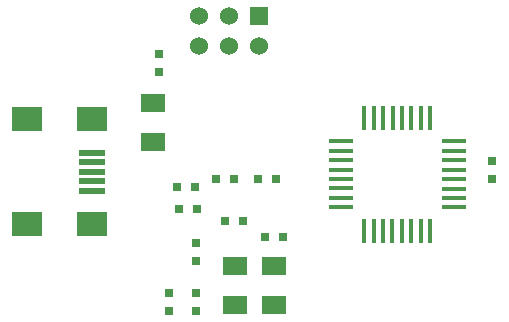
<source format=gtp>
G04 (created by PCBNEW-RS274X (2012-01-19 BZR 3256)-stable) date Fri 05 Oct 2012 12:09:18 PM NZDT*
G01*
G70*
G90*
%MOIN*%
G04 Gerber Fmt 3.4, Leading zero omitted, Abs format*
%FSLAX34Y34*%
G04 APERTURE LIST*
%ADD10C,0.006000*%
%ADD11R,0.031500X0.025000*%
%ADD12R,0.080000X0.060000*%
%ADD13R,0.060000X0.060000*%
%ADD14C,0.060000*%
%ADD15R,0.078700X0.017700*%
%ADD16R,0.017700X0.078700*%
%ADD17R,0.025000X0.031500*%
%ADD18R,0.098400X0.078700*%
%ADD19R,0.090600X0.019700*%
G04 APERTURE END LIST*
G54D10*
G54D11*
X35264Y-30926D03*
X35264Y-30326D03*
X36169Y-30926D03*
X36169Y-30326D03*
G54D12*
X38780Y-30729D03*
X38780Y-29429D03*
X37481Y-30729D03*
X37481Y-29429D03*
G54D13*
X38272Y-21110D03*
G54D14*
X38272Y-22110D03*
X37272Y-21110D03*
X37272Y-22110D03*
X36272Y-21110D03*
X36272Y-22110D03*
G54D15*
X44770Y-25284D03*
X44770Y-25599D03*
X44770Y-25914D03*
X44770Y-26229D03*
X44770Y-26544D03*
X44770Y-26859D03*
X44770Y-27174D03*
X44770Y-27489D03*
X41004Y-27487D03*
X41004Y-25277D03*
X41004Y-25597D03*
X41004Y-25917D03*
X41004Y-26227D03*
X41004Y-26547D03*
X41004Y-26857D03*
X41004Y-27177D03*
G54D16*
X43986Y-28277D03*
X43672Y-28277D03*
X43356Y-28277D03*
X43042Y-28277D03*
X42726Y-28277D03*
X42412Y-28277D03*
X42096Y-28277D03*
X41782Y-28277D03*
X43984Y-24497D03*
X43674Y-24497D03*
X43354Y-24497D03*
X43044Y-24497D03*
X42734Y-24497D03*
X42414Y-24497D03*
X42094Y-24497D03*
X41774Y-24497D03*
G54D11*
X46051Y-26555D03*
X46051Y-25955D03*
G54D17*
X36854Y-26531D03*
X37454Y-26531D03*
X38832Y-26531D03*
X38232Y-26531D03*
G54D11*
X34949Y-22973D03*
X34949Y-22373D03*
G54D17*
X37729Y-27948D03*
X37129Y-27948D03*
X39068Y-28460D03*
X38468Y-28460D03*
X35554Y-26806D03*
X36154Y-26806D03*
G54D11*
X36169Y-29272D03*
X36169Y-28672D03*
G54D17*
X36194Y-27554D03*
X35594Y-27554D03*
G54D18*
X30539Y-28027D03*
X30539Y-24543D03*
X32704Y-28047D03*
X32704Y-24543D03*
G54D19*
X32704Y-26295D03*
X32704Y-25980D03*
X32704Y-25665D03*
X32704Y-26610D03*
X32704Y-26925D03*
G54D12*
X34752Y-23991D03*
X34752Y-25291D03*
M02*

</source>
